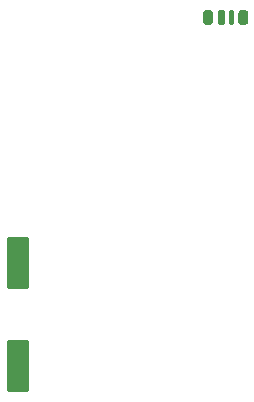
<source format=gbr>
G04 #@! TF.GenerationSoftware,KiCad,Pcbnew,5.0.2+dfsg1-1*
G04 #@! TF.CreationDate,2021-02-26T15:03:44+01:00*
G04 #@! TF.ProjectId,KiCAD_Board,4b694341-445f-4426-9f61-72642e6b6963,rev?*
G04 #@! TF.SameCoordinates,Original*
G04 #@! TF.FileFunction,Paste,Bot*
G04 #@! TF.FilePolarity,Positive*
%FSLAX46Y46*%
G04 Gerber Fmt 4.6, Leading zero omitted, Abs format (unit mm)*
G04 Created by KiCad (PCBNEW 5.0.2+dfsg1-1) date Fri 26 Feb 2021 15:03:44 CET*
%MOMM*%
%LPD*%
G01*
G04 APERTURE LIST*
%ADD10C,0.100000*%
%ADD11C,1.900000*%
%ADD12C,0.800000*%
%ADD13C,0.400000*%
%ADD14C,0.600000*%
G04 APERTURE END LIST*
D10*
G04 #@! TO.C,C502*
G36*
X131534504Y-100258204D02*
X131558773Y-100261804D01*
X131582571Y-100267765D01*
X131605671Y-100276030D01*
X131627849Y-100286520D01*
X131648893Y-100299133D01*
X131668598Y-100313747D01*
X131686777Y-100330223D01*
X131703253Y-100348402D01*
X131717867Y-100368107D01*
X131730480Y-100389151D01*
X131740970Y-100411329D01*
X131749235Y-100434429D01*
X131755196Y-100458227D01*
X131758796Y-100482496D01*
X131760000Y-100507000D01*
X131760000Y-104407000D01*
X131758796Y-104431504D01*
X131755196Y-104455773D01*
X131749235Y-104479571D01*
X131740970Y-104502671D01*
X131730480Y-104524849D01*
X131717867Y-104545893D01*
X131703253Y-104565598D01*
X131686777Y-104583777D01*
X131668598Y-104600253D01*
X131648893Y-104614867D01*
X131627849Y-104627480D01*
X131605671Y-104637970D01*
X131582571Y-104646235D01*
X131558773Y-104652196D01*
X131534504Y-104655796D01*
X131510000Y-104657000D01*
X130110000Y-104657000D01*
X130085496Y-104655796D01*
X130061227Y-104652196D01*
X130037429Y-104646235D01*
X130014329Y-104637970D01*
X129992151Y-104627480D01*
X129971107Y-104614867D01*
X129951402Y-104600253D01*
X129933223Y-104583777D01*
X129916747Y-104565598D01*
X129902133Y-104545893D01*
X129889520Y-104524849D01*
X129879030Y-104502671D01*
X129870765Y-104479571D01*
X129864804Y-104455773D01*
X129861204Y-104431504D01*
X129860000Y-104407000D01*
X129860000Y-100507000D01*
X129861204Y-100482496D01*
X129864804Y-100458227D01*
X129870765Y-100434429D01*
X129879030Y-100411329D01*
X129889520Y-100389151D01*
X129902133Y-100368107D01*
X129916747Y-100348402D01*
X129933223Y-100330223D01*
X129951402Y-100313747D01*
X129971107Y-100299133D01*
X129992151Y-100286520D01*
X130014329Y-100276030D01*
X130037429Y-100267765D01*
X130061227Y-100261804D01*
X130085496Y-100258204D01*
X130110000Y-100257000D01*
X131510000Y-100257000D01*
X131534504Y-100258204D01*
X131534504Y-100258204D01*
G37*
D11*
X130810000Y-102457000D03*
D10*
G36*
X131534504Y-108958204D02*
X131558773Y-108961804D01*
X131582571Y-108967765D01*
X131605671Y-108976030D01*
X131627849Y-108986520D01*
X131648893Y-108999133D01*
X131668598Y-109013747D01*
X131686777Y-109030223D01*
X131703253Y-109048402D01*
X131717867Y-109068107D01*
X131730480Y-109089151D01*
X131740970Y-109111329D01*
X131749235Y-109134429D01*
X131755196Y-109158227D01*
X131758796Y-109182496D01*
X131760000Y-109207000D01*
X131760000Y-113107000D01*
X131758796Y-113131504D01*
X131755196Y-113155773D01*
X131749235Y-113179571D01*
X131740970Y-113202671D01*
X131730480Y-113224849D01*
X131717867Y-113245893D01*
X131703253Y-113265598D01*
X131686777Y-113283777D01*
X131668598Y-113300253D01*
X131648893Y-113314867D01*
X131627849Y-113327480D01*
X131605671Y-113337970D01*
X131582571Y-113346235D01*
X131558773Y-113352196D01*
X131534504Y-113355796D01*
X131510000Y-113357000D01*
X130110000Y-113357000D01*
X130085496Y-113355796D01*
X130061227Y-113352196D01*
X130037429Y-113346235D01*
X130014329Y-113337970D01*
X129992151Y-113327480D01*
X129971107Y-113314867D01*
X129951402Y-113300253D01*
X129933223Y-113283777D01*
X129916747Y-113265598D01*
X129902133Y-113245893D01*
X129889520Y-113224849D01*
X129879030Y-113202671D01*
X129870765Y-113179571D01*
X129864804Y-113155773D01*
X129861204Y-113131504D01*
X129860000Y-113107000D01*
X129860000Y-109207000D01*
X129861204Y-109182496D01*
X129864804Y-109158227D01*
X129870765Y-109134429D01*
X129879030Y-109111329D01*
X129889520Y-109089151D01*
X129902133Y-109068107D01*
X129916747Y-109048402D01*
X129933223Y-109030223D01*
X129951402Y-109013747D01*
X129971107Y-108999133D01*
X129992151Y-108986520D01*
X130014329Y-108976030D01*
X130037429Y-108967765D01*
X130061227Y-108961804D01*
X130085496Y-108958204D01*
X130110000Y-108957000D01*
X131510000Y-108957000D01*
X131534504Y-108958204D01*
X131534504Y-108958204D01*
G37*
D11*
X130810000Y-111157000D03*
G04 #@! TD*
D10*
G04 #@! TO.C,D102*
G36*
X150105603Y-81061963D02*
X150125018Y-81064843D01*
X150144057Y-81069612D01*
X150162537Y-81076224D01*
X150180279Y-81084616D01*
X150197114Y-81094706D01*
X150212879Y-81106398D01*
X150227421Y-81119579D01*
X150240602Y-81134121D01*
X150252294Y-81149886D01*
X150262384Y-81166721D01*
X150270776Y-81184463D01*
X150277388Y-81202943D01*
X150282157Y-81221982D01*
X150285037Y-81241397D01*
X150286000Y-81261000D01*
X150286000Y-82061000D01*
X150285037Y-82080603D01*
X150282157Y-82100018D01*
X150277388Y-82119057D01*
X150270776Y-82137537D01*
X150262384Y-82155279D01*
X150252294Y-82172114D01*
X150240602Y-82187879D01*
X150227421Y-82202421D01*
X150212879Y-82215602D01*
X150197114Y-82227294D01*
X150180279Y-82237384D01*
X150162537Y-82245776D01*
X150144057Y-82252388D01*
X150125018Y-82257157D01*
X150105603Y-82260037D01*
X150086000Y-82261000D01*
X149686000Y-82261000D01*
X149666397Y-82260037D01*
X149646982Y-82257157D01*
X149627943Y-82252388D01*
X149609463Y-82245776D01*
X149591721Y-82237384D01*
X149574886Y-82227294D01*
X149559121Y-82215602D01*
X149544579Y-82202421D01*
X149531398Y-82187879D01*
X149519706Y-82172114D01*
X149509616Y-82155279D01*
X149501224Y-82137537D01*
X149494612Y-82119057D01*
X149489843Y-82100018D01*
X149486963Y-82080603D01*
X149486000Y-82061000D01*
X149486000Y-81261000D01*
X149486963Y-81241397D01*
X149489843Y-81221982D01*
X149494612Y-81202943D01*
X149501224Y-81184463D01*
X149509616Y-81166721D01*
X149519706Y-81149886D01*
X149531398Y-81134121D01*
X149544579Y-81119579D01*
X149559121Y-81106398D01*
X149574886Y-81094706D01*
X149591721Y-81084616D01*
X149609463Y-81076224D01*
X149627943Y-81069612D01*
X149646982Y-81064843D01*
X149666397Y-81061963D01*
X149686000Y-81061000D01*
X150086000Y-81061000D01*
X150105603Y-81061963D01*
X150105603Y-81061963D01*
G37*
D12*
X149886000Y-81661000D03*
D10*
G36*
X147130603Y-81061963D02*
X147150018Y-81064843D01*
X147169057Y-81069612D01*
X147187537Y-81076224D01*
X147205279Y-81084616D01*
X147222114Y-81094706D01*
X147237879Y-81106398D01*
X147252421Y-81119579D01*
X147265602Y-81134121D01*
X147277294Y-81149886D01*
X147287384Y-81166721D01*
X147295776Y-81184463D01*
X147302388Y-81202943D01*
X147307157Y-81221982D01*
X147310037Y-81241397D01*
X147311000Y-81261000D01*
X147311000Y-82061000D01*
X147310037Y-82080603D01*
X147307157Y-82100018D01*
X147302388Y-82119057D01*
X147295776Y-82137537D01*
X147287384Y-82155279D01*
X147277294Y-82172114D01*
X147265602Y-82187879D01*
X147252421Y-82202421D01*
X147237879Y-82215602D01*
X147222114Y-82227294D01*
X147205279Y-82237384D01*
X147187537Y-82245776D01*
X147169057Y-82252388D01*
X147150018Y-82257157D01*
X147130603Y-82260037D01*
X147111000Y-82261000D01*
X146711000Y-82261000D01*
X146691397Y-82260037D01*
X146671982Y-82257157D01*
X146652943Y-82252388D01*
X146634463Y-82245776D01*
X146616721Y-82237384D01*
X146599886Y-82227294D01*
X146584121Y-82215602D01*
X146569579Y-82202421D01*
X146556398Y-82187879D01*
X146544706Y-82172114D01*
X146534616Y-82155279D01*
X146526224Y-82137537D01*
X146519612Y-82119057D01*
X146514843Y-82100018D01*
X146511963Y-82080603D01*
X146511000Y-82061000D01*
X146511000Y-81261000D01*
X146511963Y-81241397D01*
X146514843Y-81221982D01*
X146519612Y-81202943D01*
X146526224Y-81184463D01*
X146534616Y-81166721D01*
X146544706Y-81149886D01*
X146556398Y-81134121D01*
X146569579Y-81119579D01*
X146584121Y-81106398D01*
X146599886Y-81094706D01*
X146616721Y-81084616D01*
X146634463Y-81076224D01*
X146652943Y-81069612D01*
X146671982Y-81064843D01*
X146691397Y-81061963D01*
X146711000Y-81061000D01*
X147111000Y-81061000D01*
X147130603Y-81061963D01*
X147130603Y-81061963D01*
G37*
D12*
X146911000Y-81661000D03*
D10*
G36*
X149020802Y-81061482D02*
X149030509Y-81062921D01*
X149040028Y-81065306D01*
X149049268Y-81068612D01*
X149058140Y-81072808D01*
X149066557Y-81077853D01*
X149074439Y-81083699D01*
X149081711Y-81090289D01*
X149088301Y-81097561D01*
X149094147Y-81105443D01*
X149099192Y-81113860D01*
X149103388Y-81122732D01*
X149106694Y-81131972D01*
X149109079Y-81141491D01*
X149110518Y-81151198D01*
X149111000Y-81161000D01*
X149111000Y-82161000D01*
X149110518Y-82170802D01*
X149109079Y-82180509D01*
X149106694Y-82190028D01*
X149103388Y-82199268D01*
X149099192Y-82208140D01*
X149094147Y-82216557D01*
X149088301Y-82224439D01*
X149081711Y-82231711D01*
X149074439Y-82238301D01*
X149066557Y-82244147D01*
X149058140Y-82249192D01*
X149049268Y-82253388D01*
X149040028Y-82256694D01*
X149030509Y-82259079D01*
X149020802Y-82260518D01*
X149011000Y-82261000D01*
X148811000Y-82261000D01*
X148801198Y-82260518D01*
X148791491Y-82259079D01*
X148781972Y-82256694D01*
X148772732Y-82253388D01*
X148763860Y-82249192D01*
X148755443Y-82244147D01*
X148747561Y-82238301D01*
X148740289Y-82231711D01*
X148733699Y-82224439D01*
X148727853Y-82216557D01*
X148722808Y-82208140D01*
X148718612Y-82199268D01*
X148715306Y-82190028D01*
X148712921Y-82180509D01*
X148711482Y-82170802D01*
X148711000Y-82161000D01*
X148711000Y-81161000D01*
X148711482Y-81151198D01*
X148712921Y-81141491D01*
X148715306Y-81131972D01*
X148718612Y-81122732D01*
X148722808Y-81113860D01*
X148727853Y-81105443D01*
X148733699Y-81097561D01*
X148740289Y-81090289D01*
X148747561Y-81083699D01*
X148755443Y-81077853D01*
X148763860Y-81072808D01*
X148772732Y-81068612D01*
X148781972Y-81065306D01*
X148791491Y-81062921D01*
X148801198Y-81061482D01*
X148811000Y-81061000D01*
X149011000Y-81061000D01*
X149020802Y-81061482D01*
X149020802Y-81061482D01*
G37*
D13*
X148911000Y-81661000D03*
D10*
G36*
X148200703Y-81061722D02*
X148215264Y-81063882D01*
X148229543Y-81067459D01*
X148243403Y-81072418D01*
X148256710Y-81078712D01*
X148269336Y-81086280D01*
X148281159Y-81095048D01*
X148292066Y-81104934D01*
X148301952Y-81115841D01*
X148310720Y-81127664D01*
X148318288Y-81140290D01*
X148324582Y-81153597D01*
X148329541Y-81167457D01*
X148333118Y-81181736D01*
X148335278Y-81196297D01*
X148336000Y-81211000D01*
X148336000Y-82111000D01*
X148335278Y-82125703D01*
X148333118Y-82140264D01*
X148329541Y-82154543D01*
X148324582Y-82168403D01*
X148318288Y-82181710D01*
X148310720Y-82194336D01*
X148301952Y-82206159D01*
X148292066Y-82217066D01*
X148281159Y-82226952D01*
X148269336Y-82235720D01*
X148256710Y-82243288D01*
X148243403Y-82249582D01*
X148229543Y-82254541D01*
X148215264Y-82258118D01*
X148200703Y-82260278D01*
X148186000Y-82261000D01*
X147886000Y-82261000D01*
X147871297Y-82260278D01*
X147856736Y-82258118D01*
X147842457Y-82254541D01*
X147828597Y-82249582D01*
X147815290Y-82243288D01*
X147802664Y-82235720D01*
X147790841Y-82226952D01*
X147779934Y-82217066D01*
X147770048Y-82206159D01*
X147761280Y-82194336D01*
X147753712Y-82181710D01*
X147747418Y-82168403D01*
X147742459Y-82154543D01*
X147738882Y-82140264D01*
X147736722Y-82125703D01*
X147736000Y-82111000D01*
X147736000Y-81211000D01*
X147736722Y-81196297D01*
X147738882Y-81181736D01*
X147742459Y-81167457D01*
X147747418Y-81153597D01*
X147753712Y-81140290D01*
X147761280Y-81127664D01*
X147770048Y-81115841D01*
X147779934Y-81104934D01*
X147790841Y-81095048D01*
X147802664Y-81086280D01*
X147815290Y-81078712D01*
X147828597Y-81072418D01*
X147842457Y-81067459D01*
X147856736Y-81063882D01*
X147871297Y-81061722D01*
X147886000Y-81061000D01*
X148186000Y-81061000D01*
X148200703Y-81061722D01*
X148200703Y-81061722D01*
G37*
D14*
X148036000Y-81661000D03*
G04 #@! TD*
M02*

</source>
